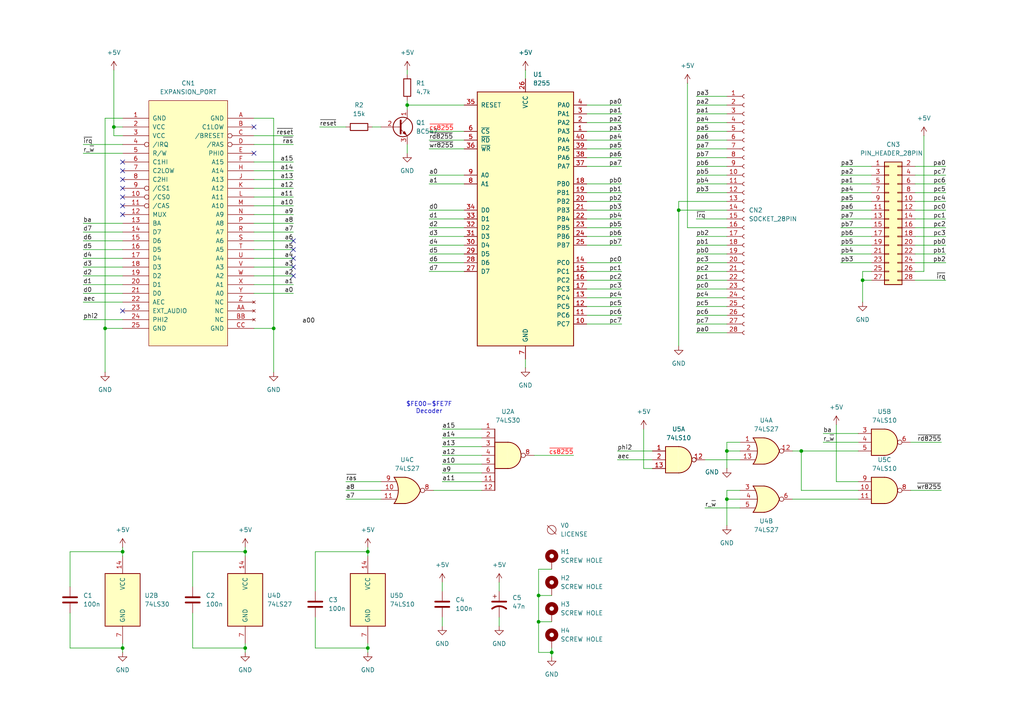
<source format=kicad_sch>
(kicad_sch (version 20231120) (generator "eeschema") (generator_version "8.0")
  (paper "A4")
  (title_block (title "Intel 8255 Interface for the Commodore 16, 116 and Plus/4") (date "2024-07-14") (rev "1git") (company "SukkoPera") (comment 1 "Based on the article published in Rádiótechnika 1988/12 by Ferenc Garay and Dr. János Rohonczy.") (comment 2 "http://plus4world.powweb.com/publications/Radiotechnika_1988_december") (comment 3 "Licensed under CC BY-NC-SA 4.0"))
  (junction (at 210.82 130.81))
  (junction (at 79.375 95.25))
  (junction (at 35.56 160.02))
  (junction (at 106.68 160.02))
  (junction (at 160.02 189.23))
  (junction (at 156.21 172.72))
  (junction (at 196.85 60.96))
  (junction (at 106.68 187.96))
  (junction (at 35.56 187.96))
  (junction (at 30.48 95.25))
  (junction (at 210.82 144.78))
  (junction (at 33.02 36.83))
  (junction (at 250.19 81.28))
  (junction (at 118.11 30.48))
  (junction (at 71.12 187.96))
  (junction (at 156.21 180.34))
  (junction (at 71.12 160.02))
  (junction (at 232.41 130.81))
  (no_connect (at 35.56 57.15))
  (no_connect (at 35.56 46.99))
  (no_connect (at 73.66 44.45))
  (no_connect (at 35.56 54.61))
  (no_connect (at 85.09 80.01))
  (no_connect (at 73.66 36.83))
  (no_connect (at 35.56 52.07))
  (no_connect (at 35.56 59.69))
  (no_connect (at 85.09 77.47))
  (no_connect (at 85.09 72.39))
  (no_connect (at 35.56 90.17))
  (no_connect (at 35.56 49.53))
  (no_connect (at 85.09 74.93))
  (no_connect (at 85.09 69.85))
  (no_connect (at 35.56 62.23))
  (wire (pts (xy 274.32 81.28) (xy 265.43 81.28)))
  (wire (pts (xy 170.18 40.64) (xy 180.34 40.64)))
  (wire (pts (xy 33.02 36.83) (xy 33.02 39.37)))
  (wire (pts (xy 85.09 72.39) (xy 73.66 72.39)))
  (wire (pts (xy 24.13 72.39) (xy 35.56 72.39)))
  (wire (pts (xy 24.13 67.31) (xy 35.56 67.31)))
  (wire (pts (xy 274.32 53.34) (xy 265.43 53.34)))
  (wire (pts (xy 196.85 60.96) (xy 196.85 100.33)))
  (wire (pts (xy 196.85 60.96) (xy 210.82 60.96)))
  (wire (pts (xy 243.84 71.12) (xy 252.73 71.12)))
  (wire (pts (xy 196.85 60.96) (xy 196.85 58.42)))
  (wire (pts (xy 170.18 66.04) (xy 180.34 66.04)))
  (wire (pts (xy 139.7 139.7) (xy 128.27 139.7)))
  (wire (pts (xy 170.18 53.34) (xy 180.34 53.34)))
  (wire (pts (xy 243.84 63.5) (xy 252.73 63.5)))
  (wire (pts (xy 55.88 160.02) (xy 71.12 160.02)))
  (wire (pts (xy 73.66 64.77) (xy 85.09 64.77)))
  (wire (pts (xy 265.43 78.74) (xy 267.97 78.74)))
  (wire (pts (xy 170.18 48.26) (xy 180.34 48.26)))
  (wire (pts (xy 134.62 71.12) (xy 124.46 71.12)))
  (wire (pts (xy 229.87 144.78) (xy 248.92 144.78)))
  (wire (pts (xy 156.21 165.1) (xy 156.21 172.72)))
  (wire (pts (xy 170.18 60.96) (xy 180.34 60.96)))
  (wire (pts (xy 106.68 187.96) (xy 106.68 189.23)))
  (wire (pts (xy 189.23 135.89) (xy 186.69 135.89)))
  (wire (pts (xy 243.84 50.8) (xy 252.73 50.8)))
  (wire (pts (xy 274.32 58.42) (xy 265.43 58.42)))
  (wire (pts (xy 24.13 74.93) (xy 35.56 74.93)))
  (wire (pts (xy 24.13 82.55) (xy 35.56 82.55)))
  (wire (pts (xy 134.62 76.2) (xy 124.46 76.2)))
  (wire (pts (xy 33.02 36.83) (xy 35.56 36.83)))
  (wire (pts (xy 201.93 40.64) (xy 210.82 40.64)))
  (wire (pts (xy 274.32 50.8) (xy 265.43 50.8)))
  (wire (pts (xy 55.88 187.96) (xy 71.12 187.96)))
  (wire (pts (xy 170.18 83.82) (xy 180.34 83.82)))
  (wire (pts (xy 139.7 137.16) (xy 128.27 137.16)))
  (wire (pts (xy 24.13 69.85) (xy 35.56 69.85)))
  (wire (pts (xy 106.68 158.75) (xy 106.68 160.02)))
  (wire (pts (xy 35.56 187.96) (xy 35.56 189.23)))
  (wire (pts (xy 204.47 147.32) (xy 214.63 147.32)))
  (wire (pts (xy 24.13 44.45) (xy 35.56 44.45)))
  (wire (pts (xy 73.66 49.53) (xy 85.09 49.53)))
  (wire (pts (xy 201.93 63.5) (xy 210.82 63.5)))
  (wire (pts (xy 79.375 95.25) (xy 73.66 95.25)))
  (wire (pts (xy 170.18 35.56) (xy 180.34 35.56)))
  (wire (pts (xy 243.84 73.66) (xy 252.73 73.66)))
  (wire (pts (xy 232.41 130.81) (xy 248.92 130.81)))
  (wire (pts (xy 170.18 58.42) (xy 180.34 58.42)))
  (wire (pts (xy 20.32 187.96) (xy 35.56 187.96)))
  (wire (pts (xy 201.93 86.36) (xy 210.82 86.36)))
  (wire (pts (xy 24.13 77.47) (xy 35.56 77.47)))
  (wire (pts (xy 128.27 168.91) (xy 128.27 171.45)))
  (wire (pts (xy 35.56 34.29) (xy 30.48 34.29)))
  (wire (pts (xy 139.7 134.62) (xy 128.27 134.62)))
  (wire (pts (xy 134.62 66.04) (xy 124.46 66.04)))
  (wire (pts (xy 79.375 34.29) (xy 79.375 95.25)))
  (wire (pts (xy 85.09 80.01) (xy 73.66 80.01)))
  (wire (pts (xy 170.18 86.36) (xy 180.34 86.36)))
  (wire (pts (xy 124.46 43.18) (xy 134.62 43.18)))
  (wire (pts (xy 160.02 189.23) (xy 160.02 190.5)))
  (wire (pts (xy 214.63 128.27) (xy 210.82 128.27)))
  (wire (pts (xy 118.11 30.48) (xy 134.62 30.48)))
  (wire (pts (xy 20.32 177.8) (xy 20.32 187.96)))
  (wire (pts (xy 196.85 58.42) (xy 210.82 58.42)))
  (wire (pts (xy 107.95 36.83) (xy 110.49 36.83)))
  (wire (pts (xy 201.93 27.94) (xy 210.82 27.94)))
  (wire (pts (xy 73.66 85.09) (xy 85.09 85.09)))
  (wire (pts (xy 201.93 76.2) (xy 210.82 76.2)))
  (wire (pts (xy 201.93 43.18) (xy 210.82 43.18)))
  (wire (pts (xy 252.73 78.74) (xy 250.19 78.74)))
  (wire (pts (xy 274.32 48.26) (xy 265.43 48.26)))
  (wire (pts (xy 264.16 142.24) (xy 273.05 142.24)))
  (wire (pts (xy 92.71 36.83) (xy 100.33 36.83)))
  (wire (pts (xy 201.93 53.34) (xy 210.82 53.34)))
  (wire (pts (xy 201.93 81.28) (xy 210.82 81.28)))
  (wire (pts (xy 100.33 144.78) (xy 110.49 144.78)))
  (wire (pts (xy 73.66 57.15) (xy 85.09 57.15)))
  (wire (pts (xy 156.21 172.72) (xy 156.21 180.34)))
  (wire (pts (xy 24.13 92.71) (xy 35.56 92.71)))
  (wire (pts (xy 250.19 78.74) (xy 250.19 81.28)))
  (wire (pts (xy 91.44 187.96) (xy 106.68 187.96)))
  (wire (pts (xy 274.32 66.04) (xy 265.43 66.04)))
  (wire (pts (xy 30.48 34.29) (xy 30.48 95.25)))
  (wire (pts (xy 134.62 73.66) (xy 124.46 73.66)))
  (wire (pts (xy 243.84 76.2) (xy 252.73 76.2)))
  (wire (pts (xy 35.56 160.02) (xy 20.32 160.02)))
  (wire (pts (xy 243.84 58.42) (xy 252.73 58.42)))
  (wire (pts (xy 229.87 130.81) (xy 232.41 130.81)))
  (wire (pts (xy 210.82 144.78) (xy 210.82 152.4)))
  (wire (pts (xy 156.21 180.34) (xy 156.21 189.23)))
  (wire (pts (xy 201.93 71.12) (xy 210.82 71.12)))
  (wire (pts (xy 179.07 133.35) (xy 189.23 133.35)))
  (wire (pts (xy 106.68 160.02) (xy 91.44 160.02)))
  (wire (pts (xy 118.11 41.91) (xy 118.11 44.45)))
  (wire (pts (xy 243.84 66.04) (xy 252.73 66.04)))
  (wire (pts (xy 156.21 189.23) (xy 160.02 189.23)))
  (wire (pts (xy 124.46 50.8) (xy 134.62 50.8)))
  (wire (pts (xy 170.18 38.1) (xy 180.34 38.1)))
  (wire (pts (xy 118.11 29.21) (xy 118.11 30.48)))
  (wire (pts (xy 55.88 177.8) (xy 55.88 187.96)))
  (wire (pts (xy 232.41 142.24) (xy 248.92 142.24)))
  (wire (pts (xy 73.66 62.23) (xy 85.09 62.23)))
  (wire (pts (xy 274.32 63.5) (xy 265.43 63.5)))
  (wire (pts (xy 154.94 132.08) (xy 166.37 132.08)))
  (wire (pts (xy 201.93 38.1) (xy 210.82 38.1)))
  (wire (pts (xy 210.82 142.24) (xy 210.82 144.78)))
  (wire (pts (xy 160.02 180.34) (xy 156.21 180.34)))
  (wire (pts (xy 35.56 158.75) (xy 35.56 160.02)))
  (wire (pts (xy 274.32 76.2) (xy 265.43 76.2)))
  (wire (pts (xy 35.56 186.69) (xy 35.56 187.96)))
  (wire (pts (xy 242.57 123.19) (xy 242.57 139.7)))
  (wire (pts (xy 35.56 160.02) (xy 35.56 161.29)))
  (wire (pts (xy 201.93 83.82) (xy 210.82 83.82)))
  (wire (pts (xy 250.19 81.28) (xy 250.19 87.63)))
  (wire (pts (xy 274.32 60.96) (xy 265.43 60.96)))
  (wire (pts (xy 91.44 160.02) (xy 91.44 171.45)))
  (wire (pts (xy 160.02 187.96) (xy 160.02 189.23)))
  (wire (pts (xy 201.93 48.26) (xy 210.82 48.26)))
  (wire (pts (xy 85.09 74.93) (xy 73.66 74.93)))
  (wire (pts (xy 73.66 67.31) (xy 85.09 67.31)))
  (wire (pts (xy 24.13 64.77) (xy 35.56 64.77)))
  (wire (pts (xy 73.66 59.69) (xy 85.09 59.69)))
  (wire (pts (xy 144.78 179.07) (xy 144.78 181.61)))
  (wire (pts (xy 73.66 39.37) (xy 85.09 39.37)))
  (wire (pts (xy 201.93 30.48) (xy 210.82 30.48)))
  (wire (pts (xy 71.12 186.69) (xy 71.12 187.96)))
  (wire (pts (xy 125.73 142.24) (xy 139.7 142.24)))
  (wire (pts (xy 170.18 45.72) (xy 180.34 45.72)))
  (wire (pts (xy 264.16 128.27) (xy 273.05 128.27)))
  (wire (pts (xy 170.18 43.18) (xy 180.34 43.18)))
  (wire (pts (xy 201.93 78.74) (xy 210.82 78.74)))
  (wire (pts (xy 170.18 81.28) (xy 180.34 81.28)))
  (wire (pts (xy 274.32 73.66) (xy 265.43 73.66)))
  (wire (pts (xy 160.02 172.72) (xy 156.21 172.72)))
  (wire (pts (xy 73.66 82.55) (xy 85.09 82.55)))
  (wire (pts (xy 124.46 53.34) (xy 134.62 53.34)))
  (wire (pts (xy 201.93 35.56) (xy 210.82 35.56)))
  (wire (pts (xy 85.09 77.47) (xy 73.66 77.47)))
  (wire (pts (xy 210.82 130.81) (xy 214.63 130.81)))
  (wire (pts (xy 201.93 45.72) (xy 210.82 45.72)))
  (wire (pts (xy 248.92 139.7) (xy 242.57 139.7)))
  (wire (pts (xy 199.39 66.04) (xy 210.82 66.04)))
  (wire (pts (xy 134.62 63.5) (xy 124.46 63.5)))
  (wire (pts (xy 170.18 68.58) (xy 180.34 68.58)))
  (wire (pts (xy 124.46 38.1) (xy 134.62 38.1)))
  (wire (pts (xy 170.18 88.9) (xy 180.34 88.9)))
  (wire (pts (xy 73.66 41.91) (xy 85.09 41.91)))
  (wire (pts (xy 73.66 46.99) (xy 85.09 46.99)))
  (wire (pts (xy 210.82 130.81) (xy 210.82 135.89)))
  (wire (pts (xy 139.7 124.46) (xy 128.27 124.46)))
  (wire (pts (xy 238.76 128.27) (xy 248.92 128.27)))
  (wire (pts (xy 170.18 30.48) (xy 180.34 30.48)))
  (wire (pts (xy 124.46 40.64) (xy 134.62 40.64)))
  (wire (pts (xy 30.48 95.25) (xy 35.56 95.25)))
  (wire (pts (xy 139.7 127) (xy 128.27 127)))
  (wire (pts (xy 243.84 60.96) (xy 252.73 60.96)))
  (wire (pts (xy 170.18 76.2) (xy 180.34 76.2)))
  (wire (pts (xy 201.93 73.66) (xy 210.82 73.66)))
  (wire (pts (xy 201.93 55.88) (xy 210.82 55.88)))
  (wire (pts (xy 139.7 132.08) (xy 128.27 132.08)))
  (wire (pts (xy 201.93 96.52) (xy 210.82 96.52)))
  (wire (pts (xy 24.13 80.01) (xy 35.56 80.01)))
  (wire (pts (xy 243.84 68.58) (xy 252.73 68.58)))
  (wire (pts (xy 267.97 39.37) (xy 267.97 78.74)))
  (wire (pts (xy 170.18 55.88) (xy 180.34 55.88)))
  (wire (pts (xy 55.88 170.18) (xy 55.88 160.02)))
  (wire (pts (xy 170.18 93.98) (xy 180.34 93.98)))
  (wire (pts (xy 201.93 68.58) (xy 210.82 68.58)))
  (wire (pts (xy 100.33 142.24) (xy 110.49 142.24)))
  (wire (pts (xy 204.47 133.35) (xy 214.63 133.35)))
  (wire (pts (xy 71.12 158.75) (xy 71.12 160.02)))
  (wire (pts (xy 85.09 69.85) (xy 73.66 69.85)))
  (wire (pts (xy 134.62 60.96) (xy 124.46 60.96)))
  (wire (pts (xy 139.7 129.54) (xy 128.27 129.54)))
  (wire (pts (xy 214.63 142.24) (xy 210.82 142.24)))
  (wire (pts (xy 201.93 33.02) (xy 210.82 33.02)))
  (wire (pts (xy 71.12 187.96) (xy 71.12 189.23)))
  (wire (pts (xy 144.78 168.91) (xy 144.78 171.45)))
  (wire (pts (xy 243.84 53.34) (xy 252.73 53.34)))
  (wire (pts (xy 160.02 165.1) (xy 156.21 165.1)))
  (wire (pts (xy 274.32 71.12) (xy 265.43 71.12)))
  (wire (pts (xy 152.4 20.32) (xy 152.4 22.86)))
  (wire (pts (xy 210.82 144.78) (xy 214.63 144.78)))
  (wire (pts (xy 170.18 63.5) (xy 180.34 63.5)))
  (wire (pts (xy 274.32 68.58) (xy 265.43 68.58)))
  (wire (pts (xy 170.18 71.12) (xy 180.34 71.12)))
  (wire (pts (xy 274.32 55.88) (xy 265.43 55.88)))
  (wire (pts (xy 118.11 30.48) (xy 118.11 31.75)))
  (wire (pts (xy 170.18 91.44) (xy 180.34 91.44)))
  (wire (pts (xy 179.07 130.81) (xy 189.23 130.81)))
  (wire (pts (xy 30.48 95.25) (xy 30.48 107.95)))
  (wire (pts (xy 73.66 54.61) (xy 85.09 54.61)))
  (wire (pts (xy 73.66 52.07) (xy 85.09 52.07)))
  (wire (pts (xy 232.41 130.81) (xy 232.41 142.24)))
  (wire (pts (xy 201.93 50.8) (xy 210.82 50.8)))
  (wire (pts (xy 24.13 87.63) (xy 35.56 87.63)))
  (wire (pts (xy 199.39 24.13) (xy 199.39 66.04)))
  (wire (pts (xy 71.12 160.02) (xy 71.12 161.29)))
  (wire (pts (xy 35.56 39.37) (xy 33.02 39.37)))
  (wire (pts (xy 118.11 20.32) (xy 118.11 21.59)))
  (wire (pts (xy 170.18 78.74) (xy 180.34 78.74)))
  (wire (pts (xy 128.27 179.07) (xy 128.27 181.61)))
  (wire (pts (xy 106.68 160.02) (xy 106.68 161.29)))
  (wire (pts (xy 186.69 124.46) (xy 186.69 135.89)))
  (wire (pts (xy 238.76 125.73) (xy 248.92 125.73)))
  (wire (pts (xy 201.93 93.98) (xy 210.82 93.98)))
  (wire (pts (xy 134.62 68.58) (xy 124.46 68.58)))
  (wire (pts (xy 73.66 34.29) (xy 79.375 34.29)))
  (wire (pts (xy 210.82 128.27) (xy 210.82 130.81)))
  (wire (pts (xy 24.13 41.91) (xy 35.56 41.91)))
  (wire (pts (xy 33.02 20.32) (xy 33.02 36.83)))
  (wire (pts (xy 100.33 139.7) (xy 110.49 139.7)))
  (wire (pts (xy 91.44 179.07) (xy 91.44 187.96)))
  (wire (pts (xy 201.93 91.44) (xy 210.82 91.44)))
  (wire (pts (xy 243.84 48.26) (xy 252.73 48.26)))
  (wire (pts (xy 134.62 78.74) (xy 124.46 78.74)))
  (wire (pts (xy 201.93 88.9) (xy 210.82 88.9)))
  (wire (pts (xy 152.4 104.14) (xy 152.4 106.68)))
  (wire (pts (xy 243.84 55.88) (xy 252.73 55.88)))
  (wire (pts (xy 79.375 95.25) (xy 79.375 107.95)))
  (wire (pts (xy 106.68 186.69) (xy 106.68 187.96)))
  (wire (pts (xy 24.13 85.09) (xy 35.56 85.09)))
  (wire (pts (xy 170.18 33.02) (xy 180.34 33.02)))
  (wire (pts (xy 250.19 81.28) (xy 252.73 81.28)))
  (wire (pts (xy 20.32 160.02) (xy 20.32 170.18)))
  (text "$FE00-$FE7F\nDecoder" (at 124.46 118.364 0) (effects (font (size 1.27 1.27))))
  (label "pb3" (at 201.93 55.88 0))
  (label "pa5" (at 180.34 43.18 180))
  (label "pb1" (at 274.32 73.66 180))
  (label "pc6" (at 201.93 91.44 0))
  (label "pa4" (at 180.34 40.64 180))
  (label "pc4" (at 201.93 86.36 0))
  (label "d1" (at 24.13 82.55 0))
  (label "d6" (at 124.46 76.2 0))
  (label "pa7" (at 201.93 43.18 0))
  (label "d0" (at 124.46 60.96 0))
  (label "pc3" (at 180.34 83.82 180))
  (label "pc6" (at 274.32 53.34 180))
  (label "pc2" (at 274.32 66.04 180))
  (label "pb4" (at 243.84 73.66 0))
  (label "a4" (at 85.09 74.93 180))
  (label "a13" (at 128.27 129.54 0))
  (label "~{wr8255}" (at 273.05 142.24 180))
  (label "pc3" (at 274.32 68.58 180))
  (label "pb7" (at 243.84 66.04 0))
  (label "pb4" (at 180.34 63.5 180))
  (label "pc5" (at 274.32 55.88 180))
  (label "pb3" (at 180.34 60.96 180))
  (label "aec" (at 24.13 87.63 0))
  (label "pc7" (at 274.32 50.8 180))
  (label "~{ras}" (at 85.09 41.91 180))
  (label "a7" (at 85.09 67.31 180))
  (label "pb4" (at 201.93 53.34 0))
  (label "ba" (at 24.13 64.77 0))
  (label "d7" (at 24.13 67.31 0))
  (label "a0" (at 124.46 50.8 0))
  (label "~{reset}" (at 92.71 36.83 0))
  (label "pc7" (at 201.93 93.98 0))
  (label "pc2" (at 180.34 81.28 180))
  (label "pb7" (at 201.93 45.72 0))
  (label "d4" (at 24.13 74.93 0))
  (label "d3" (at 124.46 68.58 0))
  (label "pa1" (at 243.84 53.34 0))
  (label "pc2" (at 201.93 78.74 0))
  (label "~{irq}" (at 24.13 41.91 0))
  (label "pa6" (at 201.93 40.64 0))
  (label "aec" (at 179.07 133.35 0))
  (label "phi2" (at 179.07 130.81 0))
  (label "a11" (at 128.27 139.7 0))
  (label "pc0" (at 201.93 83.82 0))
  (label "~{rd8255}" (at 124.46 40.64 0))
  (label "a3" (at 85.09 77.47 180))
  (label "pb0" (at 274.32 71.12 180))
  (label "d3" (at 24.13 77.47 0))
  (label "d2" (at 24.13 80.01 0))
  (label "pa7" (at 180.34 48.26 180))
  (label "pb2" (at 201.93 68.58 0))
  (label "pc4" (at 274.32 58.42 180))
  (label "pb7" (at 180.34 71.12 180))
  (label "a12" (at 128.27 132.08 0))
  (label "pa3" (at 201.93 27.94 0))
  (label "a1" (at 85.09 82.55 180))
  (label "a12" (at 85.09 54.61 180))
  (label "a5" (at 85.09 72.39 180))
  (label "a8" (at 85.09 64.77 180))
  (label "~{ras}" (at 100.33 139.7 0))
  (label "~{cs8255}" (at 166.37 132.08 180))
  (label "~{reset}" (at 85.09 39.37 180))
  (label "a2" (at 85.09 80.01 180))
  (label "pa0" (at 274.32 48.26 180))
  (label "r_~{w}" (at 238.76 128.27 0))
  (label "~{rd8255}" (at 273.05 128.27 180))
  (label "a15" (at 128.27 124.46 0))
  (label "d7" (at 124.46 78.74 0))
  (label "pa5" (at 243.84 58.42 0))
  (label "pc6" (at 180.34 91.44 180))
  (label "ba" (at 238.76 125.73 0))
  (label "d2" (at 124.46 66.04 0))
  (label "~{irq}" (at 201.93 63.5 0))
  (label "pa2" (at 180.34 35.56 180))
  (label "a14" (at 85.09 49.53 180))
  (label "pb2" (at 180.34 58.42 180))
  (label "pb1" (at 201.93 71.12 0))
  (label "pc0" (at 274.32 60.96 180))
  (label "pa5" (at 201.93 38.1 0))
  (label "pa0" (at 180.34 30.48 180))
  (label "pa3" (at 243.84 48.26 0))
  (label "pc3" (at 201.93 76.2 0))
  (label "a9" (at 128.27 137.16 0))
  (label "a11" (at 85.09 57.15 180))
  (label "~{cs8255}" (at 124.46 38.1 0))
  (label "pb0" (at 180.34 53.34 180))
  (label "d1" (at 124.46 63.5 0))
  (label "pb5" (at 243.84 71.12 0))
  (label "pa6" (at 180.34 45.72 180))
  (label "a8" (at 100.33 142.24 0))
  (label "pc5" (at 201.93 88.9 0))
  (label "a6" (at 85.09 69.85 180))
  (label "pa1" (at 180.34 33.02 180))
  (label "a1" (at 124.46 53.34 0))
  (label "a13" (at 85.09 52.07 180))
  (label "pa2" (at 201.93 30.48 0))
  (label "~{irq}" (at 274.32 81.28 180))
  (label "phi2" (at 24.13 92.71 0))
  (label "pc4" (at 180.34 86.36 180))
  (label "pc1" (at 180.34 78.74 180))
  (label "d4" (at 124.46 71.12 0))
  (label "pb0" (at 201.93 73.66 0))
  (label "pa2" (at 243.84 50.8 0))
  (label "a15" (at 85.09 46.99 180))
  (label "pb5" (at 201.93 50.8 0))
  (label "pb6" (at 180.34 68.58 180))
  (label "pc7" (at 180.34 93.98 180))
  (label "~{wr8255}" (at 124.46 43.18 0))
  (label "r_~{w}" (at 204.47 147.32 0))
  (label "pa7" (at 243.84 63.5 0))
  (label "pb5" (at 180.34 66.04 180))
  (label "d5" (at 124.46 73.66 0))
  (label "pa1" (at 201.93 33.02 0))
  (label "a10" (at 128.27 134.62 0))
  (label "a7" (at 100.33 144.78 0))
  (label "pa4" (at 243.84 55.88 0))
  (label "pa6" (at 243.84 60.96 0))
  (label "pb1" (at 180.34 55.88 180))
  (label "a14" (at 128.27 127 0))
  (label "pb3" (at 243.84 76.2 0))
  (label "a10" (at 85.09 59.69 180))
  (label "a9" (at 85.09 62.23 180))
  (label "d5" (at 24.13 72.39 0))
  (label "pb6" (at 201.93 48.26 0))
  (label "pb6" (at 243.84 68.58 0))
  (label "pa0" (at 201.93 96.52 0))
  (label "d6" (at 24.13 69.85 0))
  (label "pc0" (at 180.34 76.2 180))
  (label "r_~{w}" (at 24.13 44.45 0))
  (label "pa4" (at 201.93 35.56 0))
  (label "pc5" (at 180.34 88.9 180))
  (label "pa3" (at 180.34 38.1 180))
  (label "a00" (at 87.63 93.98 0))
  (label "pb2" (at 274.32 76.2 180))
  (label "d0" (at 24.13 85.09 0))
  (label "pc1" (at 274.32 63.5 180))
  (label "pc1" (at 201.93 81.28 0))
  (label "a0" (at 85.09 85.09 180))
  (symbol (lib_id "power:+5V") (at 152.4 20.32 0) (unit 1)
    (property "Reference" "#PWR01" (effects (hide yes)))
    (property "Value" "+5V" (at 152.4 15.24 0))
    (property "Description" "Power symbol creates a global label with name \"+5V\"" (effects (hide yes)))
  )
  (symbol (lib_id "Device:R") (at 104.14 36.83 90) (unit 1)
    (property "Reference" "R2" (at 104.14 30.48 90))
    (property "Value" "15k" (at 104.14 33.02 90))
    (property "Footprint" "Resistor_THT:R_Axial_DIN0207_L6.3mm_D2.5mm_P10.16mm_Horizontal" (effects (hide yes)))
    (property "Description" "Resistor" (effects (hide yes)))
  )
  (symbol (lib_id "void:Void") (at 160.02 153.67 0) (unit 1)
    (property "Reference" "V0" (at 162.56 152.3999 0) (effects (justify left)))
    (property "Value" "LICENSE" (at 162.56 154.9399 0) (effects (justify left)))
    (property "Footprint" "TurboFloppy:cc_by_nc_sa" (effects (hide yes)))
  )
  (symbol (lib_id "power:+5V") (at 118.11 20.32 0) (unit 1)
    (property "Reference" "#PWR016" (effects (hide yes)))
    (property "Value" "+5V" (at 118.11 15.24 0))
    (property "Description" "Power symbol creates a global label with name \"+5V\"" (effects (hide yes)))
  )
  (symbol (lib_id "power:GND") (at 210.82 152.4 0) (unit 1)
    (property "Reference" "#PWR018" (effects (hide yes)))
    (property "Value" "GND" (at 210.82 157.48 0))
    (property "Description" "Power symbol creates a global label with name \"GND\" , ground" (effects (hide yes)))
  )
  (symbol (lib_id "Transistor_BJT:BC547") (at 115.57 36.83 0) (unit 1)
    (property "Reference" "Q1" (at 120.65 35.5599 0) (effects (justify left)))
    (property "Value" "BC547" (at 120.65 38.0999 0) (effects (justify left)))
    (property "Footprint" "Package_TO_SOT_THT:TO-92_HandSolder" (effects (hide yes)))
    (property "Datasheet" "https://www.onsemi.com/pub/Collateral/BC550-D.pdf" (effects (hide yes)))
    (property "Description" "0.1A Ic, 45V Vce, Small Signal NPN Transistor, TO-92" (effects (hide yes)))
  )
  (symbol (lib_id "74xx:74LS10") (at 256.54 142.24 0) (unit 3)
    (property "Reference" "U5" (at 256.5317 133.35 0))
    (property "Value" "74LS10" (at 256.5317 135.89 0))
    (property "Footprint" "Package_DIP:DIP-14_W7.62mm_Socket_LongPads" (effects (hide yes)))
    (property "Datasheet" "http://www.ti.com/lit/gpn/sn74LS10" (effects (hide yes)))
    (property "Description" "Triple 3-input NAND" (effects (hide yes)))
  )
  (symbol (lib_id "Device:C") (at 91.44 175.26 0) (unit 1)
    (property "Reference" "C3" (at 95.25 173.9899 0) (effects (justify left)))
    (property "Value" "100n" (at 95.25 176.5299 0) (effects (justify left)))
    (property "Footprint" "Capacitor_THT:C_Disc_D7.0mm_W2.5mm_P5.00mm" (effects (hide yes)))
    (property "Description" "Unpolarized capacitor" (effects (hide yes)))
  )
  (symbol (lib_id "74xx:74LS10") (at 196.85 133.35 0) (unit 1)
    (property "Reference" "U5" (at 196.8417 124.46 0))
    (property "Value" "74LS10" (at 196.8417 127 0))
    (property "Footprint" "Package_DIP:DIP-14_W7.62mm_Socket_LongPads" (effects (hide yes)))
    (property "Datasheet" "http://www.ti.com/lit/gpn/sn74LS10" (effects (hide yes)))
    (property "Description" "Triple 3-input NAND" (effects (hide yes)))
  )
  (symbol (lib_id "power:GND") (at 160.02 190.5 0) (unit 1)
    (property "Reference" "#PWR026" (effects (hide yes)))
    (property "Value" "GND" (at 160.02 195.58 0))
    (property "Description" "Power symbol creates a global label with name \"GND\" , ground" (effects (hide yes)))
  )
  (symbol (lib_id "74xx:74LS27") (at 222.25 130.81 0) (unit 1)
    (property "Reference" "U4" (at 222.25 121.92 0))
    (property "Value" "74LS27" (at 222.25 124.46 0))
    (property "Footprint" "Package_DIP:DIP-14_W7.62mm_Socket_LongPads" (effects (hide yes)))
    (property "Datasheet" "http://www.ti.com/lit/gpn/sn74LS27" (effects (hide yes)))
    (property "Description" "Triple 3-input NOR" (effects (hide yes)))
  )
  (symbol (lib_id "power:GND") (at 128.27 181.61 0) (unit 1)
    (property "Reference" "#PWR023" (effects (hide yes)))
    (property "Value" "GND" (at 128.27 186.69 0))
    (property "Description" "Power symbol creates a global label with name \"GND\" , ground" (effects (hide yes)))
  )
  (symbol (lib_id "Connector_Generic:Conn_02x14_Odd_Even") (at 257.81 63.5 0) (unit 1)
    (property "Reference" "CN3" (at 259.08 41.91 0))
    (property "Value" "PIN_HEADER_28PIN" (at 258.572 44.45 0))
    (property "Footprint" "Connector_PinHeader_2.54mm:PinHeader_2x14_P2.54mm_Vertical" (effects (hide yes)))
    (property "Description" "Generic connector, double row, 02x14, odd/even pin numbering scheme (row 1 odd numbers, row 2 even numbers), script generated (kicad-library-utils/schlib/autogen/connector/)" (effects (hide yes)))
  )
  (symbol (lib_id "74xx:74LS27") (at 118.11 142.24 0) (unit 3)
    (property "Reference" "U4" (at 118.11 133.35 0))
    (property "Value" "74LS27" (at 118.11 135.89 0))
    (property "Footprint" "Package_DIP:DIP-14_W7.62mm_Socket_LongPads" (effects (hide yes)))
    (property "Datasheet" "http://www.ti.com/lit/gpn/sn74LS27" (effects (hide yes)))
    (property "Description" "Triple 3-input NOR" (effects (hide yes)))
  )
  (symbol (lib_id "power:+5V") (at 144.78 168.91 0) (unit 1)
    (property "Reference" "#PWR019" (effects (hide yes)))
    (property "Value" "+5V" (at 144.78 163.83 0))
    (property "Description" "Power symbol creates a global label with name \"+5V\"" (effects (hide yes)))
  )
  (symbol (lib_id "power:+5V") (at 71.12 158.75 0) (unit 1)
    (property "Reference" "#PWR08" (effects (hide yes)))
    (property "Value" "+5V" (at 71.12 153.67 0))
    (property "Description" "Power symbol creates a global label with name \"+5V\"" (effects (hide yes)))
  )
  (symbol (lib_id "power:+5V") (at 199.39 24.13 0) (unit 1)
    (property "Reference" "#PWR012" (effects (hide yes)))
    (property "Value" "+5V" (at 199.39 19.05 0))
    (property "Description" "Power symbol creates a global label with name \"+5V\"" (effects (hide yes)))
  )
  (symbol (lib_id "Device:C") (at 128.27 175.26 0) (unit 1)
    (property "Reference" "C4" (at 132.08 173.9899 0) (effects (justify left)))
    (property "Value" "100n" (at 132.08 176.5299 0) (effects (justify left)))
    (property "Footprint" "Capacitor_THT:C_Disc_D7.0mm_W2.5mm_P5.00mm" (effects (hide yes)))
    (property "Description" "Unpolarized capacitor" (effects (hide yes)))
  )
  (symbol (lib_id "power:GND") (at 250.19 87.63 0) (unit 1)
    (property "Reference" "#PWR024" (effects (hide yes)))
    (property "Value" "GND" (at 250.19 92.71 0))
    (property "Description" "Power symbol creates a global label with name \"GND\" , ground" (effects (hide yes)))
  )
  (symbol (lib_id "power:GND") (at 35.56 189.23 0) (unit 1)
    (property "Reference" "#PWR06" (effects (hide yes)))
    (property "Value" "GND" (at 35.56 194.31 0))
    (property "Description" "Power symbol creates a global label with name \"GND\" , ground" (effects (hide yes)))
  )
  (symbol (lib_id "Interface:8255") (at 152.4 63.5 0) (unit 1)
    (property "Reference" "U1" (at 154.5941 21.59 0) (effects (justify left)))
    (property "Value" "8255" (at 154.5941 24.13 0) (effects (justify left)))
    (property "Footprint" "Package_DIP:DIP-40_W15.24mm_Socket_LongPads" (effects (hide yes)))
    (property "Datasheet" "http://aturing.umcs.maine.edu/~meadow/courses/cos335/Intel8255A.pdf" (effects (hide yes)))
    (property "Description" "Programmable Peripheral Interface, PDIP-40" (effects (hide yes)))
  )
  (symbol (lib_id "74xx:74LS30") (at 35.56 173.99 0) (unit 2)
    (property "Reference" "U2" (at 41.91 172.7199 0) (effects (justify left)))
    (property "Value" "74LS30" (at 41.91 175.2599 0) (effects (justify left)))
    (property "Footprint" "Package_DIP:DIP-14_W7.62mm_Socket_LongPads" (effects (hide yes)))
    (property "Datasheet" "http://www.ti.com/lit/gpn/sn74LS30" (effects (hide yes)))
    (property "Description" "8-input NAND" (effects (hide yes)))
  )
  (symbol (lib_id "power:GND") (at 152.4 106.68 0) (unit 1)
    (property "Reference" "#PWR02" (effects (hide yes)))
    (property "Value" "GND" (at 152.4 111.76 0))
    (property "Description" "Power symbol creates a global label with name \"GND\" , ground" (effects (hide yes)))
  )
  (symbol (lib_id "Device:C") (at 55.88 173.99 0) (unit 1)
    (property "Reference" "C2" (at 59.69 172.7199 0) (effects (justify left)))
    (property "Value" "100n" (at 59.69 175.2599 0) (effects (justify left)))
    (property "Footprint" "Capacitor_THT:C_Disc_D7.0mm_W2.5mm_P5.00mm" (effects (hide yes)))
    (property "Description" "Unpolarized capacitor" (effects (hide yes)))
  )
  (symbol (lib_id "Mechanical:MountingHole_Pad") (at 160.02 170.18 0) (unit 1) (exclude_from_sim yes) (in_bom no)
    (property "Reference" "H2" (at 162.56 167.6399 0) (effects (justify left)))
    (property "Value" "SCREW HOLE" (at 162.56 170.1799 0) (effects (justify left)))
    (property "Footprint" "MountingHole:MountingHole_3.2mm_M3_Pad" (effects (hide yes)))
    (property "Description" "Mounting Hole with connection" (effects (hide yes)))
  )
  (symbol (lib_id "Device:R") (at 118.11 25.4 180) (unit 1)
    (property "Reference" "R1" (at 120.65 24.1299 0) (effects (justify right)))
    (property "Value" "4.7k" (at 120.65 26.6699 0) (effects (justify right)))
    (property "Footprint" "Resistor_THT:R_Axial_DIN0207_L6.3mm_D2.5mm_P10.16mm_Horizontal" (effects (hide yes)))
    (property "Description" "Resistor" (effects (hide yes)))
  )
  (symbol (lib_id "power:GND") (at 30.48 107.95 0) (unit 1)
    (property "Reference" "#PWR04" (effects (hide yes)))
    (property "Value" "GND" (at 30.48 113.03 0))
    (property "Description" "Power symbol creates a global label with name \"GND\" , ground" (effects (hide yes)))
  )
  (symbol (lib_id "74xx:74LS10") (at 106.68 173.99 0) (unit 4)
    (property "Reference" "U5" (at 113.03 172.7199 0) (effects (justify left)))
    (property "Value" "74LS10" (at 113.03 175.2599 0) (effects (justify left)))
    (property "Footprint" "Package_DIP:DIP-14_W7.62mm_Socket_LongPads" (effects (hide yes)))
    (property "Datasheet" "http://www.ti.com/lit/gpn/sn74LS10" (effects (hide yes)))
    (property "Description" "Triple 3-input NAND" (effects (hide yes)))
  )
  (symbol (lib_id "C16-Exp-Port:C16-Exp-Port") (at 54.61 64.77 0) (unit 1)
    (property "Reference" "CN1" (at 54.61 24.13 0))
    (property "Value" "EXPANSION_PORT" (at 54.61 26.67 0))
    (property "Footprint" "TurboFloppy:C16_Cart_Conn" (effects (hide yes)))
    (property "Datasheet" "DOCUMENTATION" (effects (hide yes)))
  )
  (symbol (lib_id "power:GND") (at 106.68 189.23 0) (unit 1)
    (property "Reference" "#PWR011" (effects (hide yes)))
    (property "Value" "GND" (at 106.68 194.31 0))
    (property "Description" "Power symbol creates a global label with name \"GND\" , ground" (effects (hide yes)))
  )
  (symbol (lib_id "power:+5V") (at 267.97 39.37 0) (unit 1)
    (property "Reference" "#PWR025" (effects (hide yes)))
    (property "Value" "+5V" (at 267.97 34.29 0))
    (property "Description" "Power symbol creates a global label with name \"+5V\"" (effects (hide yes)))
  )
  (symbol (lib_id "power:GND") (at 210.82 135.89 0) (unit 1)
    (property "Reference" "#PWR017" (effects (hide yes)))
    (property "Value" "GND" (at 206.502 136.906 0))
    (property "Description" "Power symbol creates a global label with name \"GND\" , ground" (effects (hide yes)))
  )
  (symbol (lib_id "power:+5V") (at 106.68 158.75 0) (unit 1)
    (property "Reference" "#PWR010" (effects (hide yes)))
    (property "Value" "+5V" (at 106.68 153.67 0))
    (property "Description" "Power symbol creates a global label with name \"+5V\"" (effects (hide yes)))
  )
  (symbol (lib_id "Mechanical:MountingHole_Pad") (at 160.02 177.8 0) (unit 1) (exclude_from_sim yes) (in_bom no)
    (property "Reference" "H3" (at 162.56 175.2599 0) (effects (justify left)))
    (property "Value" "SCREW HOLE" (at 162.56 177.7999 0) (effects (justify left)))
    (property "Footprint" "MountingHole:MountingHole_3.2mm_M3_Pad" (effects (hide yes)))
    (property "Description" "Mounting Hole with connection" (effects (hide yes)))
  )
  (symbol (lib_id "Connector:Conn_01x28_Socket") (at 215.9 60.96 0) (unit 1)
    (property "Reference" "CN2" (at 217.17 60.9599 0) (effects (justify left)))
    (property "Value" "SOCKET_28PIN" (at 217.17 63.4999 0) (effects (justify left)))
    (property "Footprint" "Package_DIP:DIP-28_W15.24mm_Socket_LongPads" (effects (hide yes)))
    (property "Description" "Generic connector, single row, 01x28, script generated" (effects (hide yes)))
  )
  (symbol (lib_id "power:GND") (at 118.11 44.45 0) (unit 1)
    (property "Reference" "#PWR015" (effects (hide yes)))
    (property "Value" "GND" (at 118.11 49.53 0))
    (property "Description" "Power symbol creates a global label with name \"GND\" , ground" (effects (hide yes)))
  )
  (symbol (lib_id "power:+5V") (at 128.27 168.91 0) (unit 1)
    (property "Reference" "#PWR022" (effects (hide yes)))
    (property "Value" "+5V" (at 128.27 163.83 0))
    (property "Description" "Power symbol creates a global label with name \"+5V\"" (effects (hide yes)))
  )
  (symbol (lib_id "Mechanical:MountingHole_Pad") (at 160.02 162.56 0) (unit 1) (exclude_from_sim yes) (in_bom no)
    (property "Reference" "H1" (at 162.56 160.0199 0) (effects (justify left)))
    (property "Value" "SCREW HOLE" (at 162.56 162.5599 0) (effects (justify left)))
    (property "Footprint" "MountingHole:MountingHole_3.2mm_M3_Pad" (effects (hide yes)))
    (property "Description" "Mounting Hole with connection" (effects (hide yes)))
  )
  (symbol (lib_id "power:GND") (at 196.85 100.33 0) (unit 1)
    (property "Reference" "#PWR021" (effects (hide yes)))
    (property "Value" "GND" (at 196.85 105.41 0))
    (property "Description" "Power symbol creates a global label with name \"GND\" , ground" (effects (hide yes)))
  )
  (symbol (lib_id "74xx:74LS30") (at 147.32 132.08 0) (unit 1)
    (property "Reference" "U2" (at 147.3117 119.38 0))
    (property "Value" "74LS30" (at 147.3117 121.92 0))
    (property "Footprint" "Package_DIP:DIP-14_W7.62mm_Socket_LongPads" (effects (hide yes)))
    (property "Datasheet" "http://www.ti.com/lit/gpn/sn74LS30" (effects (hide yes)))
    (property "Description" "8-input NAND" (effects (hide yes)))
  )
  (symbol (lib_id "Mechanical:MountingHole_Pad") (at 160.02 185.42 0) (unit 1) (exclude_from_sim yes) (in_bom no)
    (property "Reference" "H4" (at 162.56 182.8799 0) (effects (justify left)))
    (property "Value" "SCREW HOLE" (at 162.56 185.4199 0) (effects (justify left)))
    (property "Footprint" "MountingHole:MountingHole_3.2mm_M3_Pad" (effects (hide yes)))
    (property "Description" "Mounting Hole with connection" (effects (hide yes)))
  )
  (symbol (lib_id "power:+5V") (at 33.02 20.32 0) (unit 1)
    (property "Reference" "#PWR03" (effects (hide yes)))
    (property "Value" "+5V" (at 33.02 15.24 0))
    (property "Description" "Power symbol creates a global label with name \"+5V\"" (effects (hide yes)))
  )
  (symbol (lib_id "Device:C_Polarized_US") (at 144.78 175.26 0) (unit 1)
    (property "Reference" "C5" (at 148.59 173.3549 0) (effects (justify left)))
    (property "Value" "47n" (at 148.59 175.8949 0) (effects (justify left)))
    (property "Footprint" "Capacitor_THT:CP_Radial_D5.0mm_P2.00mm" (effects (hide yes)))
    (property "Description" "Polarized capacitor, US symbol" (effects (hide yes)))
  )
  (symbol (lib_id "power:+5V") (at 35.56 158.75 0) (unit 1)
    (property "Reference" "#PWR07" (effects (hide yes)))
    (property "Value" "+5V" (at 35.56 153.67 0))
    (property "Description" "Power symbol creates a global label with name \"+5V\"" (effects (hide yes)))
  )
  (symbol (lib_id "74xx:74LS27") (at 71.12 173.99 0) (unit 4)
    (property "Reference" "U4" (at 77.47 172.7199 0) (effects (justify left)))
    (property "Value" "74LS27" (at 77.47 175.2599 0) (effects (justify left)))
    (property "Footprint" "Package_DIP:DIP-14_W7.62mm_Socket_LongPads" (effects (hide yes)))
    (property "Datasheet" "http://www.ti.com/lit/gpn/sn74LS27" (effects (hide yes)))
    (property "Description" "Triple 3-input NOR" (effects (hide yes)))
  )
  (symbol (lib_id "power:GND") (at 79.375 107.95 0) (mirror y) (unit 1)
    (property "Reference" "#PWR05" (effects (hide yes)))
    (property "Value" "GND" (at 79.375 113.03 0))
    (property "Description" "Power symbol creates a global label with name \"GND\" , ground" (effects (hide yes)))
  )
  (symbol (lib_id "74xx:74LS27") (at 222.25 144.78 0) (unit 2)
    (property "Reference" "U4" (at 222.25 151.13 0))
    (property "Value" "74LS27" (at 222.25 153.67 0))
    (property "Footprint" "Package_DIP:DIP-14_W7.62mm_Socket_LongPads" (effects (hide yes)))
    (property "Datasheet" "http://www.ti.com/lit/gpn/sn74LS27" (effects (hide yes)))
    (property "Description" "Triple 3-input NOR" (effects (hide yes)))
  )
  (symbol (lib_id "74xx:74LS10") (at 256.54 128.27 0) (unit 2)
    (property "Reference" "U5" (at 256.5317 119.38 0))
    (property "Value" "74LS10" (at 256.5317 121.92 0))
    (property "Footprint" "Package_DIP:DIP-14_W7.62mm_Socket_LongPads" (effects (hide yes)))
    (property "Datasheet" "http://www.ti.com/lit/gpn/sn74LS10" (effects (hide yes)))
    (property "Description" "Triple 3-input NAND" (effects (hide yes)))
  )
  (symbol (lib_id "power:+5V") (at 242.57 123.19 0) (unit 1)
    (property "Reference" "#PWR014" (effects (hide yes)))
    (property "Value" "+5V" (at 242.57 118.11 0))
    (property "Description" "Power symbol creates a global label with name \"+5V\"" (effects (hide yes)))
  )
  (symbol (lib_id "power:GND") (at 144.78 181.61 0) (unit 1)
    (property "Reference" "#PWR020" (effects (hide yes)))
    (property "Value" "GND" (at 144.78 186.69 0))
    (property "Description" "Power symbol creates a global label with name \"GND\" , ground" (effects (hide yes)))
  )
  (symbol (lib_id "power:+5V") (at 186.69 124.46 0) (unit 1)
    (property "Reference" "#PWR013" (effects (hide yes)))
    (property "Value" "+5V" (at 186.69 119.38 0))
    (property "Description" "Power symbol creates a global label with name \"+5V\"" (effects (hide yes)))
  )
  (symbol (lib_id "power:GND") (at 71.12 189.23 0) (unit 1)
    (property "Reference" "#PWR09" (effects (hide yes)))
    (property "Value" "GND" (at 71.12 194.31 0))
    (property "Description" "Power symbol creates a global label with name \"GND\" , ground" (effects (hide yes)))
  )
  (symbol (lib_id "Device:C") (at 20.32 173.99 0) (unit 1)
    (property "Reference" "C1" (at 24.13 172.7199 0) (effects (justify left)))
    (property "Value" "100n" (at 24.13 175.2599 0) (effects (justify left)))
    (property "Footprint" "Capacitor_THT:C_Disc_D7.0mm_W2.5mm_P5.00mm" (effects (hide yes)))
    (property "Description" "Unpolarized capacitor" (effects (hide yes)))
  )
)
</source>
